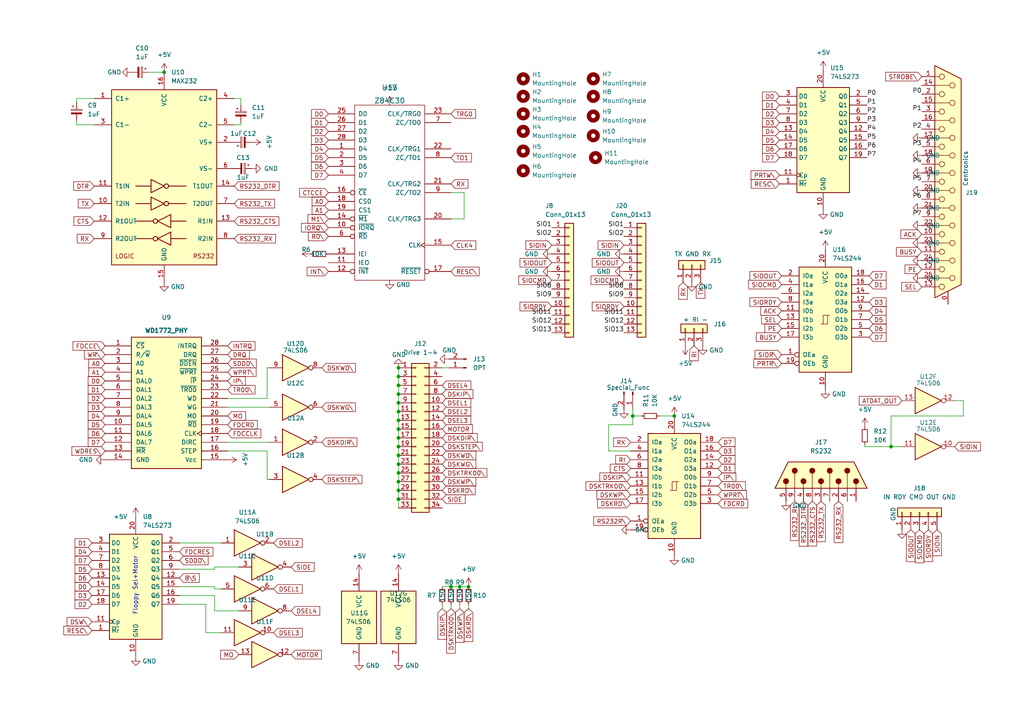
<source format=kicad_sch>
(kicad_sch (version 20231120) (generator "eeschema") (generator_version "8.0")
  (paper "A4")
  (junction (at 115.57 134.62))
  (junction (at 115.57 129.54))
  (junction (at 115.57 116.84))
  (junction (at 115.57 106.68))
  (junction (at 115.57 142.24))
  (junction (at 115.57 127))
  (junction (at 135.89 170.18))
  (junction (at 115.57 109.22))
  (junction (at 115.57 119.38))
  (junction (at 115.57 111.76))
  (junction (at 115.57 114.3))
  (junction (at 133.35 170.18))
  (junction (at 115.57 144.78))
  (junction (at 115.57 137.16))
  (junction (at 115.57 124.46))
  (junction (at 183.515 120.65))
  (junction (at 47.625 20.955))
  (junction (at 130.81 170.18))
  (junction (at 115.57 132.08))
  (junction (at 115.57 121.92))
  (junction (at 258.445 129.54))
  (junction (at 115.57 139.7))
  (junction (at 195.58 120.65))
  (wire (pts (xy 115.57 137.16) (xy 115.57 139.7)))
  (wire (pts (xy 115.57 127) (xy 115.57 129.54)))
  (wire (pts (xy 258.445 129.54) (xy 261.62 129.54)))
  (wire (pts (xy 115.57 119.38) (xy 115.57 121.92)))
  (wire (pts (xy 62.23 172.72) (xy 62.23 177.165)))
  (wire (pts (xy 77.47 130.81) (xy 77.47 139.065)))
  (wire (pts (xy 176.53 123.19) (xy 183.515 123.19)))
  (wire (pts (xy 130.81 170.18) (xy 133.35 170.18)))
  (wire (pts (xy 115.57 142.24) (xy 115.57 144.78)))
  (wire (pts (xy 115.57 139.7) (xy 115.57 142.24)))
  (wire (pts (xy 59.69 183.515) (xy 64.135 183.515)))
  (wire (pts (xy 66.04 128.27) (xy 78.105 128.27)))
  (wire (pts (xy 52.07 175.26) (xy 59.69 175.26)))
  (wire (pts (xy 22.225 28.575) (xy 27.305 28.575)))
  (wire (pts (xy 66.04 115.57) (xy 77.47 115.57)))
  (wire (pts (xy 115.57 132.08) (xy 115.57 134.62)))
  (wire (pts (xy 176.53 130.81) (xy 176.53 123.19)))
  (wire (pts (xy 66.04 118.11) (xy 78.105 118.11)))
  (wire (pts (xy 279.4 120.65) (xy 258.445 120.65)))
  (wire (pts (xy 62.23 165.1) (xy 62.23 164.465)))
  (wire (pts (xy 279.4 116.205) (xy 279.4 120.65)))
  (wire (pts (xy 134.62 63.5) (xy 130.81 63.5)))
  (wire (pts (xy 22.225 36.195) (xy 27.305 36.195)))
  (wire (pts (xy 62.23 170.18) (xy 62.23 170.815)))
  (wire (pts (xy 69.85 28.575) (xy 69.85 30.48)))
  (wire (pts (xy 176.53 130.81) (xy 182.88 130.81)))
  (wire (pts (xy 52.07 170.18) (xy 62.23 170.18)))
  (wire (pts (xy 69.85 36.195) (xy 67.945 36.195)))
  (wire (pts (xy 52.07 165.1) (xy 62.23 165.1)))
  (wire (pts (xy 62.23 164.465) (xy 69.215 164.465)))
  (wire (pts (xy 67.945 28.575) (xy 69.85 28.575)))
  (wire (pts (xy 128.27 170.18) (xy 130.81 170.18)))
  (wire (pts (xy 128.27 175.26) (xy 128.27 176.53)))
  (wire (pts (xy 77.47 139.065) (xy 78.105 139.065)))
  (wire (pts (xy 115.57 144.78) (xy 115.57 147.32)))
  (wire (pts (xy 66.04 130.81) (xy 77.47 130.81)))
  (wire (pts (xy 77.47 106.68) (xy 78.105 106.68)))
  (wire (pts (xy 250.825 128.905) (xy 250.825 129.54)))
  (wire (pts (xy 115.57 109.22) (xy 115.57 111.76)))
  (wire (pts (xy 115.57 114.3) (xy 115.57 116.84)))
  (wire (pts (xy 183.515 120.65) (xy 186.055 120.65)))
  (wire (pts (xy 62.23 177.165) (xy 69.215 177.165)))
  (wire (pts (xy 52.07 157.48) (xy 64.135 157.48)))
  (wire (pts (xy 135.89 175.26) (xy 135.89 176.53)))
  (wire (pts (xy 115.57 124.46) (xy 115.57 127)))
  (wire (pts (xy 191.135 120.65) (xy 195.58 120.65)))
  (wire (pts (xy 115.57 111.76) (xy 115.57 114.3)))
  (wire (pts (xy 69.85 35.56) (xy 69.85 36.195)))
  (wire (pts (xy 183.515 118.745) (xy 183.515 120.65)))
  (wire (pts (xy 183.515 120.65) (xy 183.515 123.19)))
  (wire (pts (xy 43.18 20.955) (xy 47.625 20.955)))
  (wire (pts (xy 22.225 29.845) (xy 22.225 28.575)))
  (wire (pts (xy 133.35 170.18) (xy 135.89 170.18)))
  (wire (pts (xy 130.81 55.88) (xy 134.62 55.88)))
  (wire (pts (xy 115.57 129.54) (xy 115.57 132.08)))
  (wire (pts (xy 59.69 175.26) (xy 59.69 183.515)))
  (wire (pts (xy 128.27 106.68) (xy 130.175 106.68)))
  (wire (pts (xy 276.86 116.205) (xy 279.4 116.205)))
  (wire (pts (xy 115.57 134.62) (xy 115.57 137.16)))
  (wire (pts (xy 115.57 121.92) (xy 115.57 124.46)))
  (wire (pts (xy 62.23 170.815) (xy 64.135 170.815)))
  (wire (pts (xy 133.35 175.26) (xy 133.35 176.53)))
  (wire (pts (xy 52.07 172.72) (xy 62.23 172.72)))
  (wire (pts (xy 115.57 116.84) (xy 115.57 119.38)))
  (wire (pts (xy 258.445 120.65) (xy 258.445 129.54)))
  (wire (pts (xy 77.47 106.68) (xy 77.47 115.57)))
  (wire (pts (xy 115.57 106.68) (xy 115.57 109.22)))
  (wire (pts (xy 130.81 175.26) (xy 130.81 176.53)))
  (wire (pts (xy 250.825 129.54) (xy 258.445 129.54)))
  (wire (pts (xy 134.62 55.88) (xy 134.62 63.5)))
  (wire (pts (xy 22.225 34.925) (xy 22.225 36.195)))
  (text "Floppy Sel+Motor" (at 40.005 178.435 90) (effects (font (size 1.27 1.27)) (justify left bottom)))
  (label "SIO13" (at 180.975 96.52 180))
  (label "SIO12" (at 160.02 93.98 180))
  (label "P5" (at 251.46 40.64 0))
  (label "SIO9" (at 180.975 86.36 180))
  (label "SIO11" (at 180.975 91.44 180))
  (label "P1" (at 267.335 32.385 180))
  (label "P4" (at 267.335 47.625 180))
  (label "SIO2" (at 160.02 68.58 180))
  (label "P6" (at 251.46 43.18 0))
  (label "P7" (at 267.335 62.865 180))
  (label "P5" (at 267.335 52.705 180))
  (label "P1" (at 251.46 30.48 0))
  (label "P0" (at 267.335 27.305 180))
  (label "P2" (at 251.46 33.02 0))
  (label "P4" (at 251.46 38.1 0))
  (label "SIO1" (at 160.02 66.04 180))
  (label "SIO8" (at 160.02 83.82 180))
  (label "SIO12" (at 180.975 93.98 180))
  (label "SIO8" (at 180.975 83.82 180))
  (label "SIO11" (at 160.02 91.44 180))
  (label "P2" (at 267.335 37.465 180))
  (label "P0" (at 251.46 27.94 0))
  (label "P7" (at 251.46 45.72 0))
  (label "P3" (at 251.46 35.56 0))
  (label "P6" (at 267.335 57.785 180))
  (label "SIO13" (at 160.02 96.52 180))
  (label "SIO2" (at 180.975 68.58 180))
  (label "SIO9" (at 160.02 86.36 180))
  (label "P3" (at 267.335 42.545 180))
  (label "SIO1" (at 180.975 66.04 180))
  (global_label "STROBE\\" (shape input) (at 267.335 22.225 180) (property "Intersheetrefs" "${INTERSHEET_REFS}" (effects (hide yes))))
  (global_label "RESC\\" (shape input) (at 226.06 53.34 180) (property "Intersheetrefs" "${INTERSHEET_REFS}" (effects (hide yes))))
  (global_label "SIORDY" (shape input) (at 226.695 87.63 180) (property "Intersheetrefs" "${INTERSHEET_REFS}" (effects (hide yes))))
  (global_label "SIOIN" (shape input) (at 180.975 71.12 180) (property "Intersheetrefs" "${INTERSHEET_REFS}" (effects (hide yes))))
  (global_label "FDCRES" (shape input) (at 52.07 160.02 0) (property "Intersheetrefs" "${INTERSHEET_REFS}" (effects (hide yes))))
  (global_label "DSEL2" (shape input) (at 79.375 157.48 0) (property "Intersheetrefs" "${INTERSHEET_REFS}" (effects (hide yes))))
  (global_label "DSKDIR\\" (shape input) (at 128.27 127 0) (property "Intersheetrefs" "${INTERSHEET_REFS}" (effects (hide yes))))
  (global_label "D0" (shape input) (at 26.67 170.18 180) (property "Intersheetrefs" "${INTERSHEET_REFS}" (effects (hide yes))))
  (global_label "RX" (shape input) (at 182.88 128.27 180) (property "Intersheetrefs" "${INTERSHEET_REFS}" (effects (hide yes))))
  (global_label "DSKIP\\" (shape input) (at 128.27 114.3 0) (property "Intersheetrefs" "${INTERSHEET_REFS}" (effects (hide yes))))
  (global_label "D2" (shape input) (at 30.48 115.57 180) (property "Intersheetrefs" "${INTERSHEET_REFS}" (effects (hide yes))))
  (global_label "D2" (shape input) (at 226.06 33.02 180) (property "Intersheetrefs" "${INTERSHEET_REFS}" (effects (hide yes))))
  (global_label "MOTOR" (shape input) (at 128.27 124.46 0) (property "Intersheetrefs" "${INTERSHEET_REFS}" (effects (hide yes))))
  (global_label "D1" (shape input) (at 95.25 35.56 180) (property "Intersheetrefs" "${INTERSHEET_REFS}" (effects (hide yes))))
  (global_label "SIORDY" (shape input) (at 180.975 88.9 180) (property "Intersheetrefs" "${INTERSHEET_REFS}" (effects (hide yes))))
  (global_label "DSKTRK00\\" (shape input) (at 182.88 140.97 180) (property "Intersheetrefs" "${INTERSHEET_REFS}" (effects (hide yes))))
  (global_label "CTS" (shape input) (at 182.88 135.89 180) (property "Intersheetrefs" "${INTERSHEET_REFS}" (effects (hide yes))))
  (global_label "D3" (shape input) (at 208.28 130.81 0) (property "Intersheetrefs" "${INTERSHEET_REFS}" (effects (hide yes))))
  (global_label "WDRES\\" (shape input) (at 30.48 130.81 180) (property "Intersheetrefs" "${INTERSHEET_REFS}" (effects (hide yes))))
  (global_label "RESC\\" (shape input) (at 130.81 78.74 0) (property "Intersheetrefs" "${INTERSHEET_REFS}" (effects (hide yes))))
  (global_label "D6" (shape input) (at 95.25 48.26 180) (property "Intersheetrefs" "${INTERSHEET_REFS}" (effects (hide yes))))
  (global_label "DTR" (shape input) (at 27.305 53.975 180) (property "Intersheetrefs" "${INTERSHEET_REFS}" (effects (hide yes))))
  (global_label "D5" (shape input) (at 252.095 92.71 0) (property "Intersheetrefs" "${INTERSHEET_REFS}" (effects (hide yes))))
  (global_label "ACK" (shape input) (at 267.335 67.945 180) (property "Intersheetrefs" "${INTERSHEET_REFS}" (effects (hide yes))))
  (global_label "SDDD\\" (shape input) (at 52.07 162.56 0) (property "Intersheetrefs" "${INTERSHEET_REFS}" (effects (hide yes))))
  (global_label "WPRT\\" (shape input) (at 208.28 143.51 0) (property "Intersheetrefs" "${INTERSHEET_REFS}" (effects (hide yes))))
  (global_label "ACK" (shape input) (at 226.695 90.17 180) (property "Intersheetrefs" "${INTERSHEET_REFS}" (effects (hide yes))))
  (global_label "A1" (shape input) (at 95.25 60.96 180) (property "Intersheetrefs" "${INTERSHEET_REFS}" (effects (hide yes))))
  (global_label "D1" (shape input) (at 208.28 135.89 0) (property "Intersheetrefs" "${INTERSHEET_REFS}" (effects (hide yes))))
  (global_label "RI" (shape input) (at 182.88 133.35 180) (property "Intersheetrefs" "${INTERSHEET_REFS}" (effects (hide yes))))
  (global_label "RS232_DTR" (shape input) (at 67.945 53.975 0) (property "Intersheetrefs" "${INTERSHEET_REFS}" (effects (hide yes))))
  (global_label "D5" (shape input) (at 95.25 45.72 180) (property "Intersheetrefs" "${INTERSHEET_REFS}" (effects (hide yes))))
  (global_label "RX" (shape input) (at 130.81 53.34 0) (property "Intersheetrefs" "${INTERSHEET_REFS}" (effects (hide yes))))
  (global_label "D2" (shape input) (at 208.28 133.35 0) (property "Intersheetrefs" "${INTERSHEET_REFS}" (effects (hide yes))))
  (global_label "DSKIP\\" (shape input) (at 128.27 176.53 270) (property "Intersheetrefs" "${INTERSHEET_REFS}" (effects (hide yes))))
  (global_label "IORQ\\" (shape input) (at 95.25 66.04 180) (property "Intersheetrefs" "${INTERSHEET_REFS}" (effects (hide yes))))
  (global_label "RS232_TX" (shape input) (at 238.125 145.415 270) (property "Intersheetrefs" "${INTERSHEET_REFS}" (effects (hide yes))))
  (global_label "DSKWP\\" (shape input) (at 128.27 139.7 0) (property "Intersheetrefs" "${INTERSHEET_REFS}" (effects (hide yes))))
  (global_label "D7" (shape input) (at 252.095 80.01 0) (property "Intersheetrefs" "${INTERSHEET_REFS}" (effects (hide yes))))
  (global_label "WPRT\\" (shape input) (at 66.04 107.95 0) (property "Intersheetrefs" "${INTERSHEET_REFS}" (effects (hide yes))))
  (global_label "M1\\" (shape input) (at 95.25 63.5 180) (property "Intersheetrefs" "${INTERSHEET_REFS}" (effects (hide yes))))
  (global_label "RD\\" (shape input) (at 95.25 68.58 180) (property "Intersheetrefs" "${INTERSHEET_REFS}" (effects (hide yes))))
  (global_label "DSKTRK00\\" (shape input) (at 130.81 176.53 270) (property "Intersheetrefs" "${INTERSHEET_REFS}" (effects (hide yes))))
  (global_label "D7" (shape input) (at 30.48 128.27 180) (property "Intersheetrefs" "${INTERSHEET_REFS}" (effects (hide yes))))
  (global_label "MO" (shape input) (at 69.215 189.865 180) (property "Intersheetrefs" "${INTERSHEET_REFS}" (effects (hide yes))))
  (global_label "SEL" (shape input) (at 267.335 83.185 180) (property "Intersheetrefs" "${INTERSHEET_REFS}" (effects (hide yes))))
  (global_label "D6" (shape input) (at 30.48 125.73 180) (property "Intersheetrefs" "${INTERSHEET_REFS}" (effects (hide yes))))
  (global_label "INTRQ" (shape input) (at 66.04 100.33 0) (property "Intersheetrefs" "${INTERSHEET_REFS}" (effects (hide yes))))
  (global_label "RI" (shape input) (at 201.295 100.33 270) (property "Intersheetrefs" "${INTERSHEET_REFS}" (effects (hide yes))))
  (global_label "RS232_RX" (shape input) (at 67.945 69.215 0) (property "Intersheetrefs" "${INTERSHEET_REFS}" (effects (hide yes))))
  (global_label "RS232_RI" (shape input) (at 230.505 145.415 270) (property "Intersheetrefs" "${INTERSHEET_REFS}" (effects (hide yes))))
  (global_label "SIOCMD" (shape input) (at 160.02 81.28 180) (property "Intersheetrefs" "${INTERSHEET_REFS}" (effects (hide yes))))
  (global_label "D3" (shape input) (at 252.095 87.63 0) (property "Intersheetrefs" "${INTERSHEET_REFS}" (effects (hide yes))))
  (global_label "DSEL1" (shape input) (at 79.375 170.815 0) (property "Intersheetrefs" "${INTERSHEET_REFS}" (effects (hide yes))))
  (global_label "D7" (shape input) (at 26.67 162.56 180) (property "Intersheetrefs" "${INTERSHEET_REFS}" (effects (hide yes))))
  (global_label "TRG0" (shape input) (at 130.81 33.02 0) (property "Intersheetrefs" "${INTERSHEET_REFS}" (effects (hide yes))))
  (global_label "D0" (shape input) (at 30.48 110.49 180) (property "Intersheetrefs" "${INTERSHEET_REFS}" (effects (hide yes))))
  (global_label "D4" (shape input) (at 226.06 38.1 180) (property "Intersheetrefs" "${INTERSHEET_REFS}" (effects (hide yes))))
  (global_label "D6" (shape input) (at 252.095 95.25 0) (property "Intersheetrefs" "${INTERSHEET_REFS}" (effects (hide yes))))
  (global_label "D1" (shape input) (at 30.48 113.03 180) (property "Intersheetrefs" "${INTERSHEET_REFS}" (effects (hide yes))))
  (global_label "RS232R\\" (shape input) (at 182.88 151.13 180) (property "Intersheetrefs" "${INTERSHEET_REFS}" (effects (hide yes))))
  (global_label "DSKRD\\" (shape input) (at 128.27 142.24 0) (property "Intersheetrefs" "${INTERSHEET_REFS}" (effects (hide yes))))
  (global_label "D0" (shape input) (at 95.25 33.02 180) (property "Intersheetrefs" "${INTERSHEET_REFS}" (effects (hide yes))))
  (global_label "ATDAT_OUT" (shape input) (at 261.62 116.205 180) (property "Intersheetrefs" "${INTERSHEET_REFS}" (effects (hide yes))))
  (global_label "RX" (shape input) (at 27.305 69.215 180) (property "Intersheetrefs" "${INTERSHEET_REFS}" (effects (hide yes))))
  (global_label "RESC\\" (shape input) (at 26.67 182.88 180) (property "Intersheetrefs" "${INTERSHEET_REFS}" (effects (hide yes))))
  (global_label "A0" (shape input) (at 95.25 58.42 180) (property "Intersheetrefs" "${INTERSHEET_REFS}" (effects (hide yes))))
  (global_label "B\\S" (shape input) (at 52.07 167.64 0) (property "Intersheetrefs" "${INTERSHEET_REFS}" (effects (hide yes))))
  (global_label "D4" (shape input) (at 26.67 160.02 180) (property "Intersheetrefs" "${INTERSHEET_REFS}" (effects (hide yes))))
  (global_label "D4" (shape input) (at 252.095 90.17 0) (property "Intersheetrefs" "${INTERSHEET_REFS}" (effects (hide yes))))
  (global_label "SIOIN" (shape input) (at 271.78 153.67 270) (property "Intersheetrefs" "${INTERSHEET_REFS}" (effects (hide yes))))
  (global_label "SIDE" (shape input) (at 128.27 144.78 0) (property "Intersheetrefs" "${INTERSHEET_REFS}" (effects (hide yes))))
  (global_label "FDCRD" (shape input) (at 208.28 146.05 0) (property "Intersheetrefs" "${INTERSHEET_REFS}" (effects (hide yes))))
  (global_label "D3" (shape input) (at 95.25 40.64 180) (property "Intersheetrefs" "${INTERSHEET_REFS}" (effects (hide yes))))
  (global_label "MO" (shape input) (at 66.04 120.65 0) (property "Intersheetrefs" "${INTERSHEET_REFS}" (effects (hide yes))))
  (global_label "D2" (shape input) (at 95.25 38.1 180) (property "Intersheetrefs" "${INTERSHEET_REFS}" (effects (hide yes))))
  (global_label "INT\\" (shape input) (at 95.25 78.74 180) (property "Intersheetrefs" "${INTERSHEET_REFS}" (effects (hide yes))))
  (global_label "D1" (shape input) (at 226.06 30.48 180) (property "Intersheetrefs" "${INTERSHEET_REFS}" (effects (hide yes))))
  (global_label "SIORDY" (shape input) (at 269.24 153.67 270) (property "Intersheetrefs" "${INTERSHEET_REFS}" (effects (hide yes))))
  (global_label "DSEL4" (shape input) (at 128.27 111.76 0) (property "Intersheetrefs" "${INTERSHEET_REFS}" (effects (hide yes))))
  (global_label "DSKSTEP\\" (shape input) (at 93.345 139.065 0) (property "Intersheetrefs" "${INTERSHEET_REFS}" (effects (hide yes))))
  (global_label "DSKRD\\" (shape input) (at 182.88 146.05 180) (property "Intersheetrefs" "${INTERSHEET_REFS}" (effects (hide yes))))
  (global_label "TX" (shape input) (at 203.2 81.915 270) (property "Intersheetrefs" "${INTERSHEET_REFS}" (effects (hide yes))))
  (global_label "FDCRD" (shape input) (at 66.04 123.19 0) (property "Intersheetrefs" "${INTERSHEET_REFS}" (effects (hide yes))))
  (global_label "TR00\\" (shape input) (at 66.04 113.03 0) (property "Intersheetrefs" "${INTERSHEET_REFS}" (effects (hide yes))))
  (global_label "DSKSTEP\\" (shape input) (at 128.27 129.54 0) (property "Intersheetrefs" "${INTERSHEET_REFS}" (effects (hide yes))))
  (global_label "SIOOUT" (shape input) (at 160.02 76.2 180) (property "Intersheetrefs" "${INTERSHEET_REFS}" (effects (hide yes))))
  (global_label "DSEL2" (shape input) (at 128.27 119.38 0) (property "Intersheetrefs" "${INTERSHEET_REFS}" (effects (hide yes))))
  (global_label "WR\\" (shape input) (at 30.48 102.87 180) (property "Intersheetrefs" "${INTERSHEET_REFS}" (effects (hide yes))))
  (global_label "D6" (shape input) (at 26.67 167.64 180) (property "Intersheetrefs" "${INTERSHEET_REFS}" (effects (hide yes))))
  (global_label "TX" (shape input) (at 27.305 59.055 180) (property "Intersheetrefs" "${INTERSHEET_REFS}" (effects (hide yes))))
  (global_label "SIOIN" (shape input) (at 160.02 71.12 180) (property "Intersheetrefs" "${INTERSHEET_REFS}" (effects (hide yes))))
  (global_label "PE" (shape input) (at 226.695 95.25 180) (property "Intersheetrefs" "${INTERSHEET_REFS}" (effects (hide yes))))
  (global_label "DSKTRK00\\" (shape input) (at 128.27 137.16 0) (property "Intersheetrefs" "${INTERSHEET_REFS}" (effects (hide yes))))
  (global_label "SEL" (shape input) (at 226.695 92.71 180) (property "Intersheetrefs" "${INTERSHEET_REFS}" (effects (hide yes))))
  (global_label "BUSY" (shape input) (at 267.335 73.025 180) (property "Intersheetrefs" "${INTERSHEET_REFS}" (effects (hide yes))))
  (global_label "A1" (shape input) (at 30.48 107.95 180) (property "Intersheetrefs" "${INTERSHEET_REFS}" (effects (hide yes))))
  (global_label "RS232_TX" (shape input) (at 67.945 59.055 0) (property "Intersheetrefs" "${INTERSHEET_REFS}" (effects (hide yes))))
  (global_label "DSKIP\\" (shape input) (at 182.88 138.43 180) (property "Intersheetrefs" "${INTERSHEET_REFS}" (effects (hide yes))))
  (global_label "SIOCMD" (shape input) (at 266.7 153.67 270) (property "Intersheetrefs" "${INTERSHEET_REFS}" (effects (hide yes))))
  (global_label "D3" (shape input) (at 26.67 172.72 180) (property "Intersheetrefs" "${INTERSHEET_REFS}" (effects (hide yes))))
  (global_label "DSKRD\\" (shape input) (at 135.89 176.53 270) (property "Intersheetrefs" "${INTERSHEET_REFS}" (effects (hide yes))))
  (global_label "D7" (shape input) (at 252.095 97.79 0) (property "Intersheetrefs" "${INTERSHEET_REFS}" (effects (hide yes))))
  (global_label "FDCCE\\" (shape input) (at 30.48 100.33 180) (property "Intersheetrefs" "${INTERSHEET_REFS}" (effects (hide yes))))
  (global_label "MOTOR" (shape input) (at 84.455 189.865 0) (property "Intersheetrefs" "${INTERSHEET_REFS}" (effects (hide yes))))
  (global_label "CTS" (shape input) (at 27.305 64.135 180) (property "Intersheetrefs" "${INTERSHEET_REFS}" (effects (hide yes))))
  (global_label "DSEL3" (shape input) (at 79.375 183.515 0) (property "Intersheetrefs" "${INTERSHEET_REFS}" (effects (hide yes))))
  (global_label "SIOOUT" (shape input) (at 264.16 153.67 270) (property "Intersheetrefs" "${INTERSHEET_REFS}" (effects (hide yes))))
  (global_label "PRTW\\" (shape input) (at 226.06 50.8 180) (property "Intersheetrefs" "${INTERSHEET_REFS}" (effects (hide yes))))
  (global_label "D7" (shape input) (at 226.06 45.72 180) (property "Intersheetrefs" "${INTERSHEET_REFS}" (effects (hide yes))))
  (global_label "SIOR\\" (shape input) (at 226.695 102.87 180) (property "Intersheetrefs" "${INTERSHEET_REFS}" (effects (hide yes))))
  (global_label "DSKWD\\" (shape input) (at 128.27 132.08 0) (property "Intersheetrefs" "${INTERSHEET_REFS}" (effects (hide yes))))
  (global_label "DSW\\" (shape input) (at 26.67 180.34 180) (property "Intersheetrefs" "${INTERSHEET_REFS}" (effects (hide yes))))
  (global_label "D0" (shape input) (at 226.06 27.94 180) (property "Intersheetrefs" "${INTERSHEET_REFS}" (effects (hide yes))))
  (global_label "SIORDY" (shape input) (at 160.02 88.9 180) (property "Intersheetrefs" "${INTERSHEET_REFS}" (effects (hide yes))))
  (global_label "IP\\" (shape input) (at 66.04 110.49 0) (property "Intersheetrefs" "${INTERSHEET_REFS}" (effects (hide yes))))
  (global_label "D3" (shape input) (at 30.48 118.11 180) (property "Intersheetrefs" "${INTERSHEET_REFS}" (effects (hide yes))))
  (global_label "RX" (shape input) (at 198.12 81.915 270) (property "Intersheetrefs" "${INTERSHEET_REFS}" (effects (hide yes))))
  (global_label "D5" (shape input) (at 26.67 165.1 180) (property "Intersheetrefs" "${INTERSHEET_REFS}" (effects (hide yes))))
  (global_label "PRTR\\" (shape input) (at 226.695 105.41 180) (property "Intersheetrefs" "${INTERSHEET_REFS}" (effects (hide yes))))
  (global_label "SIDE" (shape input) (at 84.455 164.465 0) (property "Intersheetrefs" "${INTERSHEET_REFS}" (effects (hide yes))))
  (global_label "DSKDIR\\" (shape input) (at 93.345 128.27 0) (property "Intersheetrefs" "${INTERSHEET_REFS}" (effects (hide yes))))
  (global_label "TO1" (shape input) (at 130.81 45.72 0) (property "Intersheetrefs" "${INTERSHEET_REFS}" (effects (hide yes))))
  (global_label "D7" (shape input) (at 208.28 128.27 0) (property "Intersheetrefs" "${INTERSHEET_REFS}" (effects (hide yes))))
  (global_label "DSKWG\\" (shape input) (at 128.27 134.62 0) (property "Intersheetrefs" "${INTERSHEET_REFS}" (effects (hide yes))))
  (global_label "RS232_CTS" (shape input) (at 67.945 64.135 0) (property "Intersheetrefs" "${INTERSHEET_REFS}" (effects (hide yes))))
  (global_label "D1" (shape input) (at 252.095 82.55 0) (property "Intersheetrefs" "${INTERSHEET_REFS}" (effects (hide yes))))
  (global_label "DSKWD\\" (shape input) (at 93.345 106.68 0) (property "Intersheetrefs" "${INTERSHEET_REFS}" (effects (hide yes))))
  (global_label "SIOCMD" (shape input) (at 180.975 81.28 180) (property "Intersheetrefs" "${INTERSHEET_REFS}" (effects (hide yes))))
  (global_label "DSEL3" (shape input) (at 128.27 121.92 0) (property "Intersheetrefs" "${INTERSHEET_REFS}" (effects (hide yes))))
  (global_label "SIOIN" (shape input) (at 276.86 129.54 0) (property "Intersheetrefs" "${INTERSHEET_REFS}" (effects (hide yes))))
  (global_label "SIOOUT" (shape input) (at 180.975 76.2 180) (property "Intersheetrefs" "${INTERSHEET_REFS}" (effects (hide yes))))
  (global_label "SIOCMD" (shape input) (at 226.695 82.55 180) (property "Intersheetrefs" "${INTERSHEET_REFS}" (effects (hide yes))))
  (global_label "RS232_DTR" (shape input) (at 233.045 145.415 270) (property "Intersheetrefs" "${INTERSHEET_REFS}" (effects (hide yes))))
  (global_label "D6" (shape input) (at 226.06 43.18 180) (property "Intersheetrefs" "${INTERSHEET_REFS}" (effects (hide yes))))
  (global_label "DSKWP\\" (shape input) (at 133.35 176.53 270) (property "Intersheetrefs" "${INTERSHEET_REFS}" (effects (hide yes))))
  (global_label "D4" (shape input) (at 30.48 120.65 180) (property "Intersheetrefs" "${INTERSHEET_REFS}" (effects (hide yes))))
  (global_label "DRQ" (shape input) (at 66.04 102.87 0) (property "Intersheetrefs" "${INTERSHEET_REFS}" (effects (hide yes))))
  (global_label "D7" (shape input) (at 95.25 50.8 180) (property "Intersheetrefs" "${INTERSHEET_REFS}" (effects (hide yes))))
  (global_label "SIOOUT" (shape input) (at 226.695 80.01 180) (property "Intersheetrefs" "${INTERSHEET_REFS}" (effects (hide yes))))
  (global_label "DSEL1" (shape input) (at 128.27 116.84 0) (property "Intersheetrefs" "${INTERSHEET_REFS}" (effects (hide yes))))
  (global_label "D5" (shape input) (at 30.48 123.19 180) (property "Intersheetrefs" "${INTERSHEET_REFS}" (effects (hide yes))))
  (global_label "RS232_CTS" (shape input) (at 235.585 145.415 270) (property "Intersheetrefs" "${INTERSHEET_REFS}" (effects (hide yes))))
  (global_label "CTCCE" (shape input) (at 95.25 55.88 180) (property "Intersheetrefs" "${INTERSHEET_REFS}" (effects (hide yes))))
  (global_label "D3" (shape input) (at 226.06 35.56 180) (property "Intersheetrefs" "${INTERSHEET_REFS}" (effects (hide yes))))
  (global_label "PE" (shape input) (at 267.335 78.105 180) (property "Intersheetrefs" "${INTERSHEET_REFS}" (effects (hide yes))))
  (global_label "FDCCLK" (shape input) (at 66.04 125.73 0) (property "Intersheetrefs" "${INTERSHEET_REFS}" (effects (hide yes))))
  (global_label "TR00\\" (shape input) (at 208.28 140.97 0) (property "Intersheetrefs" "${INTERSHEET_REFS}" (effects (hide yes))))
  (global_label "D5" (shape input) (at 226.06 40.64 180) (property "Intersheetrefs" "${INTERSHEET_REFS}" (effects (hide yes))))
  (global_label "DSKWP\\" (shape input) (at 182.88 143.51 180) (property "Intersheetrefs" "${INTERSHEET_REFS}" (effects (hide yes))))
  (global_label "DSKWG\\" (shape input) (at 93.345 118.11 0) (property "Intersheetrefs" "${INTERSHEET_REFS}" (effects (hide yes))))
  (global_label "IP\\" (shape input) (at 208.28 138.43 0) (property "Intersheetrefs" "${INTERSHEET_REFS}" (effects (hide yes))))
  (global_label "D4" (shape input) (at 95.25 43.18 180) (property "Intersheetrefs" "${INTERSHEET_REFS}" (effects (hide yes))))
  (global_label "DSEL4" (shape input) (at 84.455 177.165 0) (property "Intersheetrefs" "${INTERSHEET_REFS}" (effects (hide yes))))
  (global_label "D1" (shape input) (at 26.67 157.48 180) (property "Intersheetrefs" "${INTERSHEET_REFS}" (effects (hide yes))))
  (global_label "RS232_RX" (shape input) (at 243.205 145.415 270) (property "Intersheetrefs" "${INTERSHEET_REFS}" (effects (hide yes))))
  (global_label "A0" (shape input) (at 30.48 105.41 180) (property "Intersheetrefs" "${INTERSHEET_REFS}" (effects (hide yes))))
  (global_label "D2" (shape input) (at 26.67 175.26 180) (property "Intersheetrefs" "${INTERSHEET_REFS}" (effects (hide yes))))
  (global_label "SDDD\\" (shape input) (at 66.04 105.41 0) (property "Intersheetrefs" "${INTERSHEET_REFS}" (effects (hide yes))))
  (global_label "BUSY" (shape input) (at 226.695 97.79 180) (property "Intersheetrefs" "${INTERSHEET_REFS}" (effects (hide yes))))
  (global_label "CLK4" (shape input) (at 130.81 71.12 0) (property "Intersheetrefs" "${INTERSHEET_REFS}" (effects (hide yes))))
  (symbol (lib_id "Mechanical:MountingHole") (at 172.085 33.655 0) (unit 1)
    (property "Reference" "H9" (at 174.625 32.3849 0) (effects (justify left)))
    (property "Value" "MountingHole" (at 174.625 34.9249 0) (effects (justify left)))
    (property "Footprint" "MountingHole:MountingHole_4.3mm_M4" (effects (hide yes)))
  )
  (symbol (lib_id "Connector:DB9_Male") (at 238.125 137.795 90) (unit 1)
    (property "Reference" "J17" (at 238.125 128.27 90))
    (property "Value" "RS232" (at 238.125 130.81 90))
    (property "Footprint" "Connector_Dsub:DSUB-9_Male_Horizontal_P2.77x2.84mm_EdgePinOffset4.94mm_Housed_MountingHolesOffset7.48mm" (effects (hide yes)))
    (property "Datasheet" " ~" (effects (hide yes)))
  )
  (symbol (lib_id "power:GND") (at 267.335 60.325 270) (unit 1)
    (property "Reference" "#PWR077" (effects (hide yes)))
    (property "Value" "GND" (at 268.605 60.3249 90) (effects (justify left)))
  )
  (symbol (lib_id "power:GND") (at 267.335 75.565 270) (unit 1)
    (property "Reference" "#PWR080" (effects (hide yes)))
    (property "Value" "GND" (at 268.605 75.5649 90) (effects (justify left)))
  )
  (symbol (lib_id "power:GND") (at 267.335 80.645 270) (unit 1)
    (property "Reference" "#PWR081" (effects (hide yes)))
    (property "Value" "GND" (at 268.605 80.6449 90) (effects (justify left)))
  )
  (symbol (lib_id "Interface_UART:MAX232") (at 47.625 51.435 0) (unit 1)
    (property "Reference" "U10" (at 49.6444 20.955 0) (effects (justify left)))
    (property "Value" "MAX232" (at 49.6444 23.495 0) (effects (justify left)))
    (property "Footprint" "Package_DIP:DIP-16_W7.62mm" (effects (hide yes)))
    (property "Datasheet" "http://www.ti.com/lit/ds/symlink/max232.pdf" (effects (hide yes)))
  )
  (symbol (lib_id "Mechanical:MountingHole") (at 172.085 22.86 0) (unit 1)
    (property "Reference" "H7" (at 174.625 21.5899 0) (effects (justify left)))
    (property "Value" "MountingHole" (at 174.625 24.1299 0) (effects (justify left)))
    (property "Footprint" "MountingHole:MountingHole_4.3mm_M4" (effects (hide yes)))
  )
  (symbol (lib_id "power:GND") (at 180.975 118.745 0) (unit 1)
    (property "Reference" "#PWR060" (effects (hide yes)))
    (property "Value" "GND" (at 178.435 116.84 90) (effects (justify right)))
  )
  (symbol (lib_id "power:GND") (at 130.175 104.14 270) (unit 1)
    (property "Reference" "#PWR058" (effects (hide yes)))
    (property "Value" "GND" (at 128.27 101.6 90) (effects (justify left)))
  )
  (symbol (lib_id "power:GND") (at 160.02 78.74 270) (unit 1)
    (property "Reference" "#PWR087" (effects (hide yes)))
    (property "Value" "GND" (at 156.21 78.7399 90) (effects (justify right)))
  )
  (symbol (lib_id "power:GND") (at 182.88 153.67 270) (unit 1)
    (property "Reference" "#PWR061" (effects (hide yes)))
    (property "Value" "GND" (at 184.15 153.6699 90) (effects (justify left)))
  )
  (symbol (lib_id "74xx:74LS273") (at 39.37 170.18 0) (unit 1)
    (property "Reference" "U8" (at 41.3894 149.86 0) (effects (justify left)))
    (property "Value" "74LS273" (at 41.3894 152.4 0) (effects (justify left)))
    (property "Footprint" "Package_DIP:DIP-20_W7.62mm" (effects (hide yes)))
    (property "Datasheet" "http://www.ti.com/lit/gpn/sn74LS273" (effects (hide yes)))
  )
  (symbol (lib_id "power:GND") (at 195.58 161.29 0) (unit 1)
    (property "Reference" "#PWR063" (effects (hide yes)))
    (property "Value" "GND" (at 197.485 162.5599 0) (effects (justify left)))
  )
  (symbol (lib_id "74xx:74LS06") (at 71.755 170.815 0) (unit 3)
    (property "Reference" "U11" (at 71.755 161.29 0))
    (property "Value" "74LS06" (effects (hide yes)))
    (property "Footprint" "Package_DIP:DIP-14_W7.62mm_Socket" (effects (hide yes)))
    (property "Datasheet" "http://www.ti.com/lit/gpn/sn74LS06" (effects (hide yes)))
  )
  (symbol (lib_id "Device:R_Small") (at 250.825 126.365 0) (unit 1)
    (property "Reference" "R12" (at 253.365 125.0949 0) (effects (justify left)))
    (property "Value" "10K" (at 253.365 127.6349 0) (effects (justify left)))
    (property "Footprint" "Resistor_THT:R_Axial_DIN0207_L6.3mm_D2.5mm_P10.16mm_Horizontal" (effects (hide yes)))
  )
  (symbol (lib_id "74xx:74LS244") (at 195.58 140.97 0) (unit 1)
    (property "Reference" "U14" (at 197.5994 120.65 0) (effects (justify left)))
    (property "Value" "74LS244" (at 197.5994 123.19 0) (effects (justify left)))
    (property "Footprint" "Package_DIP:DIP-20_W7.62mm" (effects (hide yes)))
    (property "Datasheet" "http://www.ti.com/lit/ds/symlink/sn74ls244.pdf" (effects (hide yes)))
  )
  (symbol (lib_id "power:+5V") (at 115.57 166.37 0) (unit 1)
    (property "Reference" "#PWR056" (effects (hide yes)))
    (property "Value" "+5V" (at 115.57 161.29 0))
  )
  (symbol (lib_id "Connector:DB25_Female_MountingHoles") (at 274.955 52.705 0) (unit 1)
    (property "Reference" "J19" (at 280.035 55.88 0) (effects (justify left)))
    (property "Value" "Centronics" (at 280.035 53.9749 90) (effects (justify left)))
    (property "Footprint" "Connector_Dsub:DSUB-25_Female_Horizontal_P2.77x2.84mm_EdgePinOffset7.70mm_Housed_MountingHolesOffset9.12mm" (effects (hide yes)))
    (property "Datasheet" " ~" (effects (hide yes)))
  )
  (symbol (lib_id "power:GND") (at 38.1 20.955 270) (unit 1)
    (property "Reference" "#PWR042" (effects (hide yes)))
    (property "Value" "GND" (at 31.115 20.955 90) (effects (justify left)))
  )
  (symbol (lib_id "power:GND") (at 160.02 73.66 270) (unit 1)
    (property "Reference" "#PWR086" (effects (hide yes)))
    (property "Value" "GND" (at 156.21 73.6599 90) (effects (justify right)))
  )
  (symbol (lib_id "power:+5V") (at 104.14 166.37 0) (unit 1)
    (property "Reference" "#PWR051" (effects (hide yes)))
    (property "Value" "+5V" (at 104.14 161.29 0))
  )
  (symbol (lib_id "power:+5V") (at 73.025 41.275 270) (unit 1)
    (property "Reference" "#PWR048" (effects (hide yes)))
    (property "Value" "+5V" (at 78.105 41.275 0))
  )
  (symbol (lib_id "power:+5V") (at 239.395 72.39 0) (unit 1)
    (property "Reference" "#PWR070" (effects (hide yes)))
    (property "Value" "+5V" (at 239.395 67.31 0))
  )
  (symbol (lib_id "74xx:74LS06") (at 85.725 106.68 0) (unit 4)
    (property "Reference" "U12" (at 85.725 99.695 0))
    (property "Value" "74LS06" (at 85.725 101.6 0))
    (property "Footprint" "Package_DIP:DIP-14_W7.62mm_Socket" (effects (hide yes)))
    (property "Datasheet" "http://www.ti.com/lit/gpn/sn74LS06" (effects (hide yes)))
  )
  (symbol (lib_id "Connector:Conn_01x02_Male") (at 183.515 113.665 270) (unit 1)
    (property "Reference" "J14" (at 181.61 110.49 90))
    (property "Value" "Special_Func" (at 182.245 112.395 90))
    (property "Footprint" "Connector_PinHeader_2.54mm:PinHeader_1x02_P2.54mm_Vertical" (effects (hide yes)))
  )
  (symbol (lib_id "Device:C_Polarized_Small") (at 40.64 20.955 270) (unit 1)
    (property "Reference" "C10" (at 41.1861 13.97 90))
    (property "Value" "1uF" (at 41.1861 16.51 90))
    (property "Footprint" "Capacitor_THT:CP_Radial_D5.0mm_P2.50mm" (effects (hide yes)))
  )
  (symbol (lib_id "power:GND") (at 39.37 190.5 0) (unit 1)
    (property "Reference" "#PWR044" (effects (hide yes)))
    (property "Value" "GND" (at 41.275 191.7699 0) (effects (justify left)))
  )
  (symbol (lib_id "74xx:74LS06") (at 269.24 129.54 0) (unit 5)
    (property "Reference" "U12" (at 269.24 122.555 0))
    (property "Value" "74LS06" (at 269.24 124.46 0))
    (property "Footprint" "Package_DIP:DIP-14_W7.62mm_Socket" (effects (hide yes)))
    (property "Datasheet" "http://www.ti.com/lit/gpn/sn74LS06" (effects (hide yes)))
  )
  (symbol (lib_id "power:+5V") (at 39.37 149.86 0) (unit 1)
    (property "Reference" "#PWR043" (effects (hide yes)))
    (property "Value" "+5V" (at 34.925 149.86 0))
  )
  (symbol (lib_id "Mechanical:MountingHole") (at 151.765 38.1 0) (unit 1)
    (property "Reference" "H4" (at 154.305 36.8299 0) (effects (justify left)))
    (property "Value" "MountingHole" (at 154.305 39.3699 0) (effects (justify left)))
    (property "Footprint" "MountingHole:MountingHole_4.3mm_M4" (effects (hide yes)))
  )
  (symbol (lib_id "Device:C_Polarized_Small") (at 69.85 33.02 0) (unit 1)
    (property "Reference" "C11" (at 73.025 31.2038 0) (effects (justify left)))
    (property "Value" "1uF" (at 73.025 33.7438 0) (effects (justify left)))
    (property "Footprint" "Capacitor_THT:CP_Radial_D5.0mm_P2.50mm" (effects (hide yes)))
  )
  (symbol (lib_id "Mechanical:MountingHole") (at 151.765 27.94 0) (unit 1)
    (property "Reference" "H2" (at 154.305 26.6699 0) (effects (justify left)))
    (property "Value" "MountingHole" (at 154.305 29.2099 0) (effects (justify left)))
    (property "Footprint" "MountingHole:MountingHole_4.3mm_M4" (effects (hide yes)))
  )
  (symbol (lib_id "power:GND") (at 30.48 133.35 270) (unit 1)
    (property "Reference" "#PWR041" (effects (hide yes)))
    (property "Value" "GND" (at 22.86 133.35 90) (effects (justify left)))
  )
  (symbol (lib_id "power:+5V") (at 47.625 20.955 0) (unit 1)
    (property "Reference" "#PWR045" (effects (hide yes)))
    (property "Value" "+5V" (at 47.625 15.875 0))
  )
  (symbol (lib_id "power:GND") (at 115.57 106.68 180) (unit 1)
    (property "Reference" "#PWR055" (effects (hide yes)))
    (property "Value" "GND" (at 113.665 102.87 0) (effects (justify right)))
  )
  (symbol (lib_id "power:GND") (at 267.335 65.405 270) (unit 1)
    (property "Reference" "#PWR078" (effects (hide yes)))
    (property "Value" "GND" (at 268.605 65.4049 90) (effects (justify left)))
  )
  (symbol (lib_id "Device:C_Polarized_Small") (at 22.225 32.385 0) (unit 1)
    (property "Reference" "C9" (at 25.4 30.5688 0) (effects (justify left)))
    (property "Value" "1uF" (at 25.4 33.1088 0) (effects (justify left)))
    (property "Footprint" "Capacitor_THT:CP_Radial_D5.0mm_P2.50mm" (effects (hide yes)))
  )
  (symbol (lib_id "Device:R_Small") (at 92.71 73.66 90) (unit 1)
    (property "Reference" "R6" (at 90.17 72.39 90) (effects (justify left)))
    (property "Value" "10K" (at 93.98 73.66 90) (effects (justify left)))
    (property "Footprint" "Resistor_THT:R_Axial_DIN0207_L6.3mm_D2.5mm_P10.16mm_Horizontal" (effects (hide yes)))
  )
  (symbol (lib_id "74xx:74LS06") (at 71.755 157.48 0) (unit 1)
    (property "Reference" "U11" (at 71.755 148.59 0))
    (property "Value" "74LS06" (at 71.755 151.13 0))
    (property "Footprint" "Package_DIP:DIP-14_W7.62mm_Socket" (effects (hide yes)))
    (property "Datasheet" "http://www.ti.com/lit/gpn/sn74LS06" (effects (hide yes)))
  )
  (symbol (lib_id "Device:R_Small") (at 128.27 172.72 0) (unit 1)
    (property "Reference" "R7" (at 123.825 172.72 0) (effects (justify left)))
    (property "Value" "150" (at 128.27 174.625 90) (effects (justify left)))
    (property "Footprint" "Resistor_THT:R_Axial_DIN0207_L6.3mm_D2.5mm_P10.16mm_Horizontal" (effects (hide yes)))
  )
  (symbol (lib_id "power:GND") (at 239.395 113.03 0) (unit 1)
    (property "Reference" "#PWR071" (effects (hide yes)))
    (property "Value" "GND" (at 241.3 114.2999 0) (effects (justify left)))
  )
  (symbol (lib_id "Device:C_Polarized_Small") (at 70.485 48.895 270) (unit 1)
    (property "Reference" "C13" (at 70.485 45.72 90))
    (property "Value" "1uF" (at 70.485 51.435 90))
    (property "Footprint" "Capacitor_THT:CP_Radial_D5.0mm_P2.50mm" (effects (hide yes)))
  )
  (symbol (lib_id "74xx:74LS06") (at 85.725 128.27 0) (unit 1)
    (property "Reference" "U12" (at 85.725 121.285 0))
    (property "Value" "74LS06" (effects (hide yes)))
    (property "Footprint" "Package_DIP:DIP-14_W7.62mm_Socket" (effects (hide yes)))
    (property "Datasheet" "http://www.ti.com/lit/gpn/sn74LS06" (effects (hide yes)))
  )
  (symbol (lib_id "Mechanical:MountingHole") (at 172.085 39.37 0) (unit 1)
    (property "Reference" "H10" (at 174.625 38.0999 0) (effects (justify left)))
    (property "Value" "MountingHole" (at 174.625 40.6399 0) (effects (justify left)))
    (property "Footprint" "MountingHole:MountingHole_4.3mm_M4" (effects (hide yes)))
  )
  (symbol (lib_id "Connector_Generic:Conn_01x03") (at 200.66 76.835 90) (unit 1)
    (property "Reference" "J15" (at 205.74 75.5649 90) (effects (justify right)))
    (property "Value" "TX GND RX" (at 195.58 73.66 90) (effects (justify right)))
    (property "Footprint" "Connector_PinHeader_2.54mm:PinHeader_1x03_P2.54mm_Vertical" (effects (hide yes)))
  )
  (symbol (lib_id "power:+5V") (at 113.03 30.48 0) (unit 1)
    (property "Reference" "#PWR053" (effects (hide yes)))
    (property "Value" "+5V" (at 113.03 25.4 0))
  )
  (symbol (lib_id "sergej:Z84C30") (at 113.03 55.88 0) (unit 1)
    (property "Reference" "U13" (at 113.03 25.4 0) (effects (font (size 1.524 1.524))))
    (property "Value" "Z84C30" (at 113.03 29.21 0) (effects (font (size 1.524 1.524))))
    (property "Footprint" "Package_DIP:DIP-28_W15.24mm" (effects (hide yes)))
  )
  (symbol (lib_id "74xx:74LS244") (at 239.395 92.71 0) (unit 1)
    (property "Reference" "U16" (at 241.4144 72.39 0) (effects (justify left)))
    (property "Value" "74LS244" (at 241.4144 74.93 0) (effects (justify left)))
    (property "Footprint" "Package_DIP:DIP-20_W7.62mm" (effects (hide yes)))
    (property "Datasheet" "http://www.ti.com/lit/ds/symlink/sn74ls244.pdf" (effects (hide yes)))
  )
  (symbol (lib_id "power:GND") (at 227.965 145.415 0) (unit 1)
    (property "Reference" "#PWR067" (effects (hide yes)))
    (property "Value" "GND" (at 229.87 146.6849 0) (effects (justify left)))
  )
  (symbol (lib_id "Connector_Generic:Conn_01x13") (at 186.055 81.28 0) (unit 1)
    (property "Reference" "J20" (at 178.435 59.69 0) (effects (justify left)))
    (property "Value" "Conn_01x13" (at 177.165 62.23 0) (effects (justify left)))
    (property "Footprint" "Sally2:SIO_JACK" (effects (hide yes)))
    (property "Description" "Generic connector, single row, 01x13, script generated (kicad-library-utils/schlib/autogen/connector/)" (effects (hide yes)))
  )
  (symbol (lib_id "74xx:74LS06") (at 76.835 164.465 0) (unit 2)
    (property "Reference" "U11" (at 76.835 154.94 0))
    (property "Value" "74LS06" (effects (hide yes)))
    (property "Footprint" "Package_DIP:DIP-14_W7.62mm_Socket" (effects (hide yes)))
    (property "Datasheet" "http://www.ti.com/lit/gpn/sn74LS06" (effects (hide yes)))
  )
  (symbol (lib_id "74xx:74LS06") (at 115.57 179.07 0) (unit 7)
    (property "Reference" "U12" (at 115.57 172.085 0))
    (property "Value" "74LS06" (at 115.57 173.99 0))
    (property "Footprint" "Package_DIP:DIP-14_W7.62mm_Socket" (effects (hide yes)))
    (property "Datasheet" "http://www.ti.com/lit/gpn/sn74LS06" (effects (hide yes)))
  )
  (symbol (lib_id "Mechanical:MountingHole") (at 151.765 43.815 0) (unit 1)
    (property "Reference" "H5" (at 154.305 42.5449 0) (effects (justify left)))
    (property "Value" "MountingHole" (at 154.305 45.0849 0) (effects (justify left)))
    (property "Footprint" "MountingHole:MountingHole_4.3mm_M4" (effects (hide yes)))
  )
  (symbol (lib_id "Device:C_Polarized_Small") (at 70.485 41.275 90) (unit 1)
    (property "Reference" "C12" (at 72.39 38.735 90))
    (property "Value" "1uF" (at 68.58 38.735 90))
    (property "Footprint" "Capacitor_THT:CP_Radial_D5.0mm_P2.50mm" (effects (hide yes)))
  )
  (symbol (lib_id "Connector_Generic:Conn_01x05") (at 266.7 148.59 90) (unit 1)
    (property "Reference" "J18" (at 266.7 141.605 90))
    (property "Value" "IN RDY CMD OUT GND" (at 266.7 144.145 90))
    (property "Footprint" "Connector_PinHeader_2.54mm:PinHeader_1x05_P2.54mm_Vertical" (effects (hide yes)))
  )
  (symbol (lib_id "power:GND") (at 115.57 191.77 0) (unit 1)
    (property "Reference" "#PWR057" (effects (hide yes)))
    (property "Value" "GND" (at 117.475 193.0399 0) (effects (justify left)))
  )
  (symbol (lib_id "power:GND") (at 200.66 81.915 0) (unit 1)
    (property "Reference" "#PWR065" (effects (hide yes)))
    (property "Value" "GND" (at 202.565 83.1849 0) (effects (justify left)))
  )
  (symbol (lib_id "74xx:74LS06") (at 85.725 118.11 0) (unit 3)
    (property "Reference" "U12" (at 85.725 111.125 0))
    (property "Value" "74LS06" (effects (hide yes)))
    (property "Footprint" "Package_DIP:DIP-14_W7.62mm_Socket" (effects (hide yes)))
    (property "Datasheet" "http://www.ti.com/lit/gpn/sn74LS06" (effects (hide yes)))
  )
  (symbol (lib_id "Device:R_Small") (at 188.595 120.65 90) (unit 1)
    (property "Reference" "R11" (at 187.3249 118.11 0) (effects (justify left)))
    (property "Value" "10K" (at 189.8649 118.11 0) (effects (justify left)))
    (property "Footprint" "Resistor_THT:R_Axial_DIN0207_L6.3mm_D2.5mm_P10.16mm_Horizontal" (effects (hide yes)))
  )
  (symbol (lib_id "power:GND") (at 180.975 73.66 270) (unit 1)
    (property "Reference" "#PWR088" (effects (hide yes)))
    (property "Value" "GND" (at 177.165 73.6599 90) (effects (justify right)))
  )
  (symbol (lib_id "power:+5V") (at 250.825 123.825 0) (unit 1)
    (property "Reference" "#PWR082" (effects (hide yes)))
    (property "Value" "+5V" (at 250.825 118.745 0))
  )
  (symbol (lib_id "74xx:74LS273") (at 238.76 40.64 0) (unit 1)
    (property "Reference" "U15" (at 240.7794 19.685 0) (effects (justify left)))
    (property "Value" "74LS273" (at 240.7794 22.225 0) (effects (justify left)))
    (property "Footprint" "Package_DIP:DIP-20_W7.62mm" (effects (hide yes)))
    (property "Datasheet" "http://www.ti.com/lit/gpn/sn74LS273" (effects (hide yes)))
  )
  (symbol (lib_id "STE:Connector_Generic_Conn_02x17_Odd_Even") (at 120.65 127 0) (unit 1)
    (property "Reference" "J12" (at 121.92 99.695 0))
    (property "Value" "Drive 1-4" (at 121.92 102.235 0))
    (property "Footprint" "Connector_IDC:IDC-Header_2x17_P2.54mm_Vertical" (effects (hide yes)))
  )
  (symbol (lib_id "Mechanical:MountingHole") (at 172.72 45.72 0) (unit 1)
    (property "Reference" "H11" (at 175.26 44.4499 0) (effects (justify left)))
    (property "Value" "MountingHole" (at 175.26 46.9899 0) (effects (justify left)))
    (property "Footprint" "MountingHole:MountingHole_4.3mm_M4" (effects (hide yes)))
  )
  (symbol (lib_id "power:GND") (at 73.025 48.895 90) (unit 1)
    (property "Reference" "#PWR049" (effects (hide yes)))
    (property "Value" "GND" (at 80.645 48.895 90) (effects (justify left)))
  )
  (symbol (lib_id "power:GND") (at 203.835 100.33 0) (unit 1)
    (property "Reference" "#PWR066" (effects (hide yes)))
    (property "Value" "GND" (at 205.74 101.5999 0) (effects (justify left)))
  )
  (symbol (lib_id "74xx:74LS06") (at 76.835 189.865 0) (unit 6)
    (property "Reference" "U11" (at 76.835 180.34 0))
    (property "Value" "74LS06" (effects (hide yes)))
    (property "Footprint" "Package_DIP:DIP-14_W7.62mm_Socket" (effects (hide yes)))
    (property "Datasheet" "http://www.ti.com/lit/gpn/sn74LS06" (effects (hide yes)))
  )
  (symbol (lib_id "power:GND") (at 267.335 45.085 270) (unit 1)
    (property "Reference" "#PWR074" (effects (hide yes)))
    (property "Value" "GND" (at 268.605 45.0849 90) (effects (justify left)))
  )
  (symbol (lib_id "Mechanical:MountingHole") (at 151.765 33.02 0) (unit 1)
    (property "Reference" "H3" (at 154.305 31.7499 0) (effects (justify left)))
    (property "Value" "MountingHole" (at 154.305 34.2899 0) (effects (justify left)))
    (property "Footprint" "MountingHole:MountingHole_4.3mm_M4" (effects (hide yes)))
  )
  (symbol (lib_id "74xx:74LS06") (at 85.725 139.065 0) (unit 2)
    (property "Reference" "U12" (at 85.725 132.08 0))
    (property "Value" "74LS06" (effects (hide yes)))
    (property "Footprint" "Package_DIP:DIP-14_W7.62mm_Socket" (effects (hide yes)))
    (property "Datasheet" "http://www.ti.com/lit/gpn/sn74LS06" (effects (hide yes)))
  )
  (symbol (lib_id "STE:WD1772_PHY") (at 48.26 116.84 0) (unit 1)
    (property "Reference" "U9" (at 48.26 92.075 0))
    (property "Value" "WD1772_PHY" (at 48.26 95.885 0) (effects (font (bold yes))))
    (property "Footprint" "Package_DIP:DIP-28_W15.24mm_LongPads" (effects (hide yes)))
    (property "Datasheet" "https://datasheet.datasheetarchive.com/originals/distributors/Datasheets-115/DSAP002129.pdf" (effects (hide yes)))
  )
  (symbol (lib_id "74xx:74LS06") (at 269.24 116.205 0) (unit 6)
    (property "Reference" "U12" (at 269.24 109.22 0))
    (property "Value" "74LS06" (at 269.24 111.125 0))
    (property "Footprint" "Package_DIP:DIP-14_W7.62mm_Socket" (effects (hide yes)))
    (property "Datasheet" "http://www.ti.com/lit/gpn/sn74LS06" (effects (hide yes)))
  )
  (symbol (lib_id "74xx:74LS06") (at 104.14 179.07 0) (unit 7)
    (property "Reference" "U11" (at 101.6 177.8 0) (effects (justify left)))
    (property "Value" "74LS06" (at 100.33 180.34 0) (effects (justify left)))
    (property "Footprint" "Package_DIP:DIP-14_W7.62mm_Socket" (effects (hide yes)))
    (property "Datasheet" "http://www.ti.com/lit/gpn/sn74LS06" (effects (hide yes)))
  )
  (symbol (lib_id "Mechanical:MountingHole") (at 151.765 22.86 0) (unit 1)
    (property "Reference" "H1" (at 154.305 21.5899 0) (effects (justify left)))
    (property "Value" "MountingHole" (at 154.305 24.1299 0) (effects (justify left)))
    (property "Footprint" "MountingHole:MountingHole_4.3mm_M4" (effects (hide yes)))
  )
  (symbol (lib_id "power:GND") (at 113.03 81.28 0) (unit 1)
    (property "Reference" "#PWR054" (effects (hide yes)))
    (property "Value" "GND" (at 114.935 82.5499 0) (effects (justify left)))
  )
  (symbol (lib_id "Connector:Conn_01x02_Male") (at 135.255 106.68 180) (unit 1)
    (property "Reference" "J13" (at 137.16 104.1399 0) (effects (justify right)))
    (property "Value" "OPT" (at 137.16 106.6799 0) (effects (justify right)))
    (property "Footprint" "Connector_PinHeader_2.54mm:PinHeader_1x02_P2.54mm_Vertical" (effects (hide yes)))
  )
  (symbol (lib_id "74xx:74LS06") (at 76.835 177.165 0) (unit 4)
    (property "Reference" "U11" (at 76.835 167.64 0))
    (property "Value" "74LS06" (effects (hide yes)))
    (property "Footprint" "Package_DIP:DIP-14_W7.62mm_Socket" (effects (hide yes)))
    (property "Datasheet" "http://www.ti.com/lit/gpn/sn74LS06" (effects (hide yes)))
  )
  (symbol (lib_id "power:+5V") (at 198.755 100.33 180) (unit 1)
    (property "Reference" "#PWR064" (effects (hide yes)))
    (property "Value" "+5V" (at 198.755 105.41 0))
  )
  (symbol (lib_id "power:+5V") (at 135.89 170.18 0) (unit 1)
    (property "Reference" "#PWR059" (effects (hide yes)))
    (property "Value" "+5V" (at 135.89 165.1 0))
  )
  (symbol (lib_id "power:GND") (at 261.62 153.67 0) (unit 1)
    (property "Reference" "#PWR072" (effects (hide yes)))
    (property "Value" "GND" (at 259.08 151.13 90) (effects (justify left)))
  )
  (symbol (lib_id "Mechanical:MountingHole") (at 172.085 27.94 0) (unit 1)
    (property "Reference" "H8" (at 174.625 26.6699 0) (effects (justify left)))
    (property "Value" "MountingHole" (at 174.625 29.2099 0) (effects (justify left)))
    (property "Footprint" "MountingHole:MountingHole_4.3mm_M4" (effects (hide yes)))
  )
  (symbol (lib_id "power:GND") (at 267.335 55.245 270) (unit 1)
    (property "Reference" "#PWR076" (effects (hide yes)))
    (property "Value" "GND" (at 268.605 55.2449 90) (effects (justify left)))
  )
  (symbol (lib_id "power:GND") (at 267.335 70.485 270) (unit 1)
    (property "Reference" "#PWR079" (effects (hide yes)))
    (property "Value" "GND" (at 268.605 70.4849 90) (effects (justify left)))
  )
  (symbol (lib_id "power:GND") (at 267.335 40.005 270) (unit 1)
    (property "Reference" "#PWR073" (effects (hide yes)))
    (property "Value" "GND" (at 268.605 40.0049 90) (effects (justify left)))
  )
  (symbol (lib_id "Device:R_Small") (at 130.81 172.72 0) (unit 1)
    (property "Reference" "R8" (at 128.905 168.91 0) (effects (justify left)))
    (property "Value" "150" (at 130.81 174.625 90) (effects (justify left)))
    (property "Footprint" "Resistor_THT:R_Axial_DIN0207_L6.3mm_D2.5mm_P10.16mm_Horizontal" (effects (hide yes)))
  )
  (symbol (lib_id "power:+5V") (at 66.04 133.35 270) (unit 1)
    (property "Reference" "#PWR047" (effects (hide yes)))
    (property "Value" "+5V" (at 71.12 133.35 0))
  )
  (symbol (lib_id "power:GND") (at 180.975 78.74 270) (unit 1)
    (property "Reference" "#PWR089" (effects (hide yes)))
    (property "Value" "GND" (at 177.165 78.7399 90) (effects (justify right)))
  )
  (symbol (lib_id "power:GND") (at 267.335 50.165 270) (unit 1)
    (property "Reference" "#PWR075" (effects (hide yes)))
    (property "Value" "GND" (at 268.605 50.1649 90) (effects (justify left)))
  )
  (symbol (lib_id "power:GND") (at 47.625 81.915 0) (unit 1)
    (property "Reference" "#PWR046" (effects (hide yes)))
    (property "Value" "GND" (at 49.53 83.1849 0) (effects (justify left)))
  )
  (symbol (lib_id "power:+5V") (at 195.58 120.65 0) (unit 1)
    (property "Reference" "#PWR062" (effects (hide yes)))
    (property "Value" "+5V" (at 195.58 115.57 0))
  )
  (symbol (lib_id "power:GND") (at 238.76 60.96 0) (unit 1)
    (property "Reference" "#PWR069" (effects (hide yes)))
    (property "Value" "GND" (at 240.665 62.2299 0) (effects (justify left)))
  )
  (symbol (lib_id "Device:R_Small") (at 133.35 172.72 0) (unit 1)
    (property "Reference" "R9" (at 132.08 168.91 0) (effects (justify left)))
    (property "Value" "150" (at 133.35 174.625 90) (effects (justify left)))
    (property "Footprint" "Resistor_THT:R_Axial_DIN0207_L6.3mm_D2.5mm_P10.16mm_Horizontal" (effects (hide yes)))
  )
  (symbol (lib_id "power:+5V") (at 90.17 73.66 90) (unit 1)
    (property "Reference" "#PWR050" (effects (hide yes)))
    (property "Value" "+5V" (effects (hide yes)))
  )
  (symbol (lib_id "Device:R_Small") (at 135.89 172.72 0) (unit 1)
    (property "Reference" "R10" (at 137.16 172.72 0) (effects (justify left)))
    (property "Value" "150" (at 135.89 174.625 90) (effects (justify left)))
    (property "Footprint" "Resistor_THT:R_Axial_DIN0207_L6.3mm_D2.5mm_P10.16mm_Horizontal" (effects (hide yes)))
  )
  (symbol (lib_id "Connector_Generic:Conn_01x13") (at 165.1 81.28 0) (unit 1)
    (property "Reference" "J8" (at 158.115 59.69 0) (effects (justify left)))
    (property "Value" "Conn_01x13" (at 158.115 62.23 0) (effects (justify left)))
    (property "Footprint" "Sally2:SIO_JACK" (effects (hide yes)))
    (property "Description" "Generic connector, single row, 01x13, script generated (kicad-library-utils/schlib/autogen/connector/)" (effects (hide yes)))
  )
  (symbol (lib_id "Connector_Generic:Conn_01x03") (at 201.295 95.25 90) (unit 1)
    (property "Reference" "J16" (at 207.01 93.9799 90) (effects (justify right)))
    (property "Value" "+ RI -" (at 198.12 92.71 90) (effects (justify right)))
    (property "Footprint" "Connector_PinHeader_2.54mm:PinHeader_1x03_P2.54mm_Vertical" (effects (hide yes)))
  )
  (symbol (lib_id "power:+5V") (at 238.76 20.32 0) (unit 1)
    (property "Reference" "#PWR068" (effects (hide yes)))
    (property "Value" "+5V" (at 238.76 15.24 0))
  )
  (symbol (lib_id "Mechanical:MountingHole") (at 151.765 49.53 0) (unit 1)
    (property "Reference" "H6" (at 154.305 48.2599 0) (effects (justify left)))
    (property "Value" "MountingHole" (at 154.305 50.7999 0) (effects (justify left)))
    (property "Footprint" "MountingHole:MountingHole_4.3mm_M4" (effects (hide yes)))
  )
  (symbol (lib_id "74xx:74LS06") (at 71.755 183.515 0) (unit 5)
    (property "Reference" "U11" (at 71.755 173.99 0))
    (property "Value" "74LS06" (effects (hide yes)))
    (property "Footprint" "Package_DIP:DIP-14_W7.62mm_Socket" (effects (hide yes)))
    (property "Datasheet" "http://www.ti.com/lit/gpn/sn74LS06" (effects (hide yes)))
  )
  (symbol (lib_id "power:GND") (at 104.14 191.77 0) (unit 1)
    (property "Reference" "#PWR052" (effects (hide yes)))
    (property "Value" "GND" (at 106.045 193.0399 0) (effects (justify left)))
  )
)
</source>
